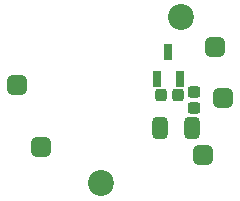
<source format=gbs>
G04 Layer_Color=16711935*
%FSLAX25Y25*%
%MOIN*%
G70*
G01*
G75*
G04:AMPARAMS|DCode=36|XSize=66.93mil|YSize=66.93mil|CornerRadius=18.7mil|HoleSize=0mil|Usage=FLASHONLY|Rotation=0.000|XOffset=0mil|YOffset=0mil|HoleType=Round|Shape=RoundedRectangle|*
%AMROUNDEDRECTD36*
21,1,0.06693,0.02953,0,0,0.0*
21,1,0.02953,0.06693,0,0,0.0*
1,1,0.03740,0.01476,-0.01476*
1,1,0.03740,-0.01476,-0.01476*
1,1,0.03740,-0.01476,0.01476*
1,1,0.03740,0.01476,0.01476*
%
%ADD36ROUNDEDRECTD36*%
%ADD37C,0.08661*%
%ADD38R,0.03150X0.05315*%
G04:AMPARAMS|DCode=39|XSize=74.8mil|YSize=51.18mil|CornerRadius=14.76mil|HoleSize=0mil|Usage=FLASHONLY|Rotation=90.000|XOffset=0mil|YOffset=0mil|HoleType=Round|Shape=RoundedRectangle|*
%AMROUNDEDRECTD39*
21,1,0.07480,0.02165,0,0,90.0*
21,1,0.04528,0.05118,0,0,90.0*
1,1,0.02953,0.01083,0.02264*
1,1,0.02953,0.01083,-0.02264*
1,1,0.02953,-0.01083,-0.02264*
1,1,0.02953,-0.01083,0.02264*
%
%ADD39ROUNDEDRECTD39*%
G04:AMPARAMS|DCode=40|XSize=43.31mil|YSize=39.37mil|CornerRadius=11.81mil|HoleSize=0mil|Usage=FLASHONLY|Rotation=270.000|XOffset=0mil|YOffset=0mil|HoleType=Round|Shape=RoundedRectangle|*
%AMROUNDEDRECTD40*
21,1,0.04331,0.01575,0,0,270.0*
21,1,0.01969,0.03937,0,0,270.0*
1,1,0.02362,-0.00787,-0.00984*
1,1,0.02362,-0.00787,0.00984*
1,1,0.02362,0.00787,0.00984*
1,1,0.02362,0.00787,-0.00984*
%
%ADD40ROUNDEDRECTD40*%
G04:AMPARAMS|DCode=41|XSize=43.31mil|YSize=39.37mil|CornerRadius=11.81mil|HoleSize=0mil|Usage=FLASHONLY|Rotation=180.000|XOffset=0mil|YOffset=0mil|HoleType=Round|Shape=RoundedRectangle|*
%AMROUNDEDRECTD41*
21,1,0.04331,0.01575,0,0,180.0*
21,1,0.01969,0.03937,0,0,180.0*
1,1,0.02362,-0.00984,0.00787*
1,1,0.02362,0.00984,0.00787*
1,1,0.02362,0.00984,-0.00787*
1,1,0.02362,-0.00984,-0.00787*
%
%ADD41ROUNDEDRECTD41*%
D36*
X-33760Y4035D02*
D03*
X28248Y-19291D02*
D03*
X32382Y16634D02*
D03*
X-25787Y-16634D02*
D03*
X35138Y-98D02*
D03*
D37*
X21134Y26694D02*
D03*
X-5512Y-28637D02*
D03*
D38*
X20571Y6201D02*
D03*
X13091D02*
D03*
X16831Y15059D02*
D03*
D39*
X14173Y-10236D02*
D03*
X24803D02*
D03*
D40*
X14370Y787D02*
D03*
X19882D02*
D03*
D41*
X25394Y1870D02*
D03*
Y-3642D02*
D03*
M02*

</source>
